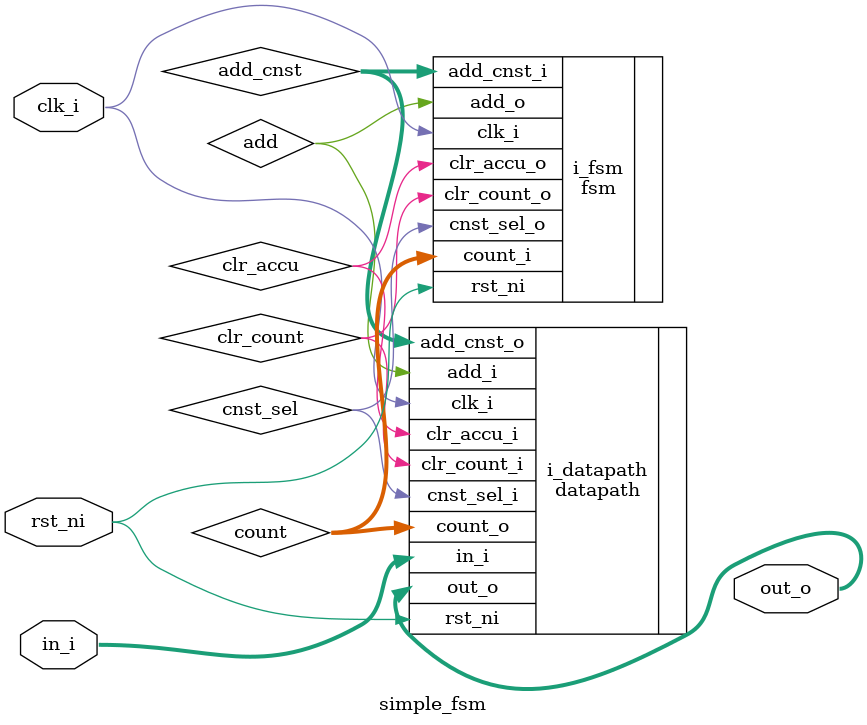
<source format=sv>


module simple_fsm (
  input  logic clk_i,
  input  logic rst_ni,
  input  logic[15:0] in_i,
  output logic[15:0] out_o
);

  logic       cnst_sel;
  logic       add;
  logic       clr_count;
  logic       clr_accu;
  logic[4:0]  count;
  logic[15:0] add_cnst;

  datapath i_datapath (
    .clk_i        (clk_i),
    .rst_ni       (rst_ni),
    .in_i         (in_i),
    .cnst_sel_i   (cnst_sel),
    .add_i        (add),
    .clr_count_i  (clr_count),
    .clr_accu_i   (clr_accu),
    .count_o      (count),
    .add_cnst_o   (add_cnst),
    .out_o        (out_o));

  fsm i_fsm (
    .clk_i        (clk_i),
    .rst_ni       (rst_ni),
    .add_o        (add),
    .cnst_sel_o   (cnst_sel),
    .clr_count_o  (clr_count),
    .clr_accu_o   (clr_accu),
    .count_i      (count),
    .add_cnst_i   (add_cnst));

endmodule

</source>
